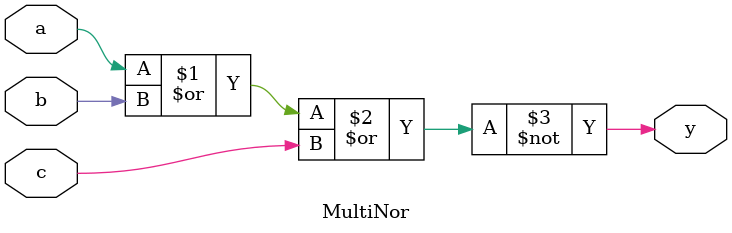
<source format=sv>
module MultiNor(input a, b, c, output y);
    assign y = ~(a | b | c); // 3输入扩展
endmodule
</source>
